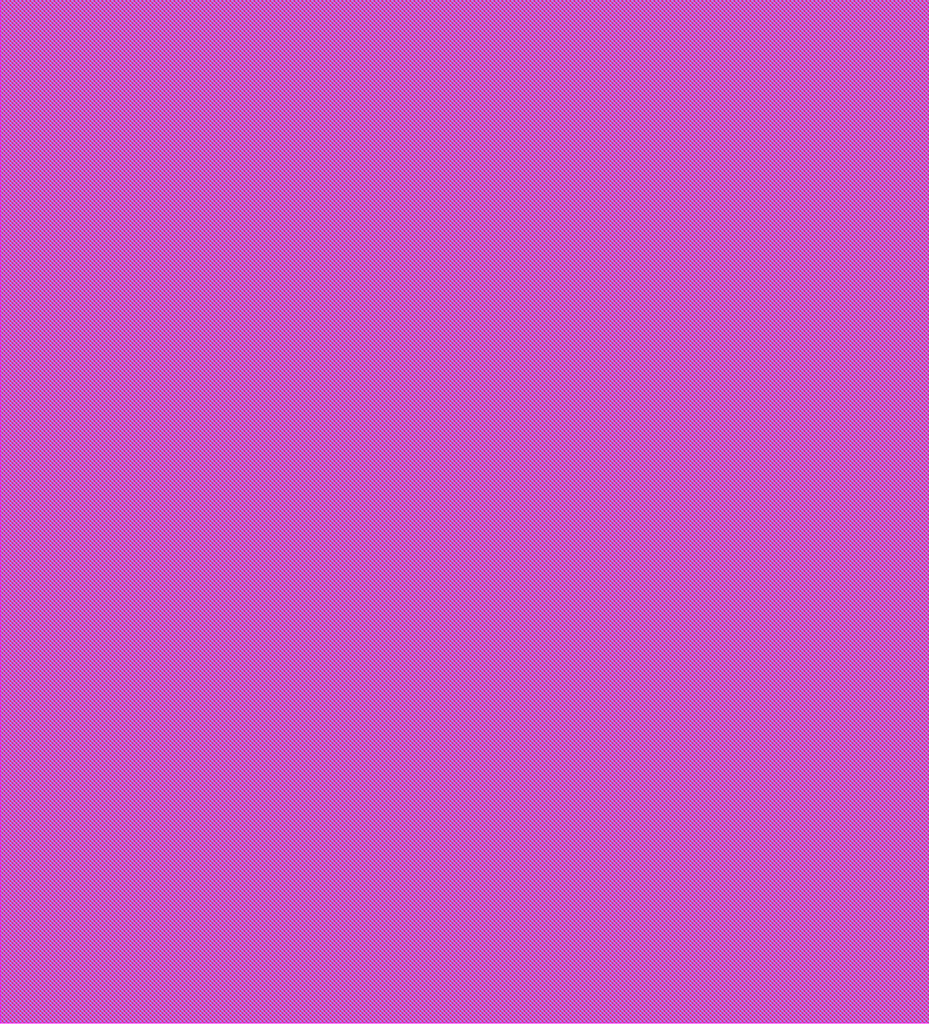
<source format=lef>
###############################################################
#  Generated by:      Cadence Innovus 23.31-s109_1
#  OS:                Linux x86_64(Host ID ei-vm-018.othr.de)
#  Generated on:      Sat Jun 21 02:18:26 2025
#  Design:            fpga_top
#  Command:           saveDesign fpga_top.enc -tcon
###############################################################

VERSION 5.8 ;

BUSBITCHARS "[]" ;
DIVIDERCHAR "/" ;

MACRO sb_0__0_
  CLASS BLOCK ;
  FOREIGN sb_0__0_ 0.000000 0.000000 ;
  ORIGIN 0.000000 0.000000 ;
  SIZE 92.640000 BY 102.060000 ;
  SYMMETRY X Y R90 ;
  PIN pReset[0]
    DIRECTION INPUT ;
    USE SIGNAL ;
  END pReset[0]
  PIN prog_clk[0]
    DIRECTION INPUT ;
    USE SIGNAL ;
  END prog_clk[0]
  PIN chany_top_in[0]
    DIRECTION INPUT ;
    USE SIGNAL ;
  END chany_top_in[0]
  PIN chany_top_in[1]
    DIRECTION INPUT ;
    USE SIGNAL ;
  END chany_top_in[1]
  PIN chany_top_in[2]
    DIRECTION INPUT ;
    USE SIGNAL ;
  END chany_top_in[2]
  PIN chany_top_in[3]
    DIRECTION INPUT ;
    USE SIGNAL ;
  END chany_top_in[3]
  PIN chany_top_in[4]
    DIRECTION INPUT ;
    USE SIGNAL ;
  END chany_top_in[4]
  PIN chany_top_in[5]
    DIRECTION INPUT ;
    USE SIGNAL ;
  END chany_top_in[5]
  PIN chany_top_in[6]
    DIRECTION INPUT ;
    USE SIGNAL ;
  END chany_top_in[6]
  PIN chany_top_in[7]
    DIRECTION INPUT ;
    USE SIGNAL ;
  END chany_top_in[7]
  PIN chany_top_in[8]
    DIRECTION INPUT ;
    USE SIGNAL ;
  END chany_top_in[8]
  PIN chany_top_in[9]
    DIRECTION INPUT ;
    USE SIGNAL ;
  END chany_top_in[9]
  PIN top_left_grid_right_width_0_height_0_subtile_0__pin_inpad_0_[0]
    DIRECTION INPUT ;
    USE SIGNAL ;
  END top_left_grid_right_width_0_height_0_subtile_0__pin_inpad_0_[0]
  PIN top_left_grid_right_width_0_height_0_subtile_1__pin_inpad_0_[0]
    DIRECTION INPUT ;
    USE SIGNAL ;
  END top_left_grid_right_width_0_height_0_subtile_1__pin_inpad_0_[0]
  PIN top_left_grid_right_width_0_height_0_subtile_2__pin_inpad_0_[0]
    DIRECTION INPUT ;
    USE SIGNAL ;
  END top_left_grid_right_width_0_height_0_subtile_2__pin_inpad_0_[0]
  PIN top_left_grid_right_width_0_height_0_subtile_3__pin_inpad_0_[0]
    DIRECTION INPUT ;
    USE SIGNAL ;
  END top_left_grid_right_width_0_height_0_subtile_3__pin_inpad_0_[0]
  PIN top_left_grid_right_width_0_height_0_subtile_4__pin_inpad_0_[0]
    DIRECTION INPUT ;
    USE SIGNAL ;
  END top_left_grid_right_width_0_height_0_subtile_4__pin_inpad_0_[0]
  PIN top_left_grid_right_width_0_height_0_subtile_5__pin_inpad_0_[0]
    DIRECTION INPUT ;
    USE SIGNAL ;
  END top_left_grid_right_width_0_height_0_subtile_5__pin_inpad_0_[0]
  PIN top_left_grid_right_width_0_height_0_subtile_6__pin_inpad_0_[0]
    DIRECTION INPUT ;
    USE SIGNAL ;
  END top_left_grid_right_width_0_height_0_subtile_6__pin_inpad_0_[0]
  PIN top_left_grid_right_width_0_height_0_subtile_7__pin_inpad_0_[0]
    DIRECTION INPUT ;
    USE SIGNAL ;
  END top_left_grid_right_width_0_height_0_subtile_7__pin_inpad_0_[0]
  PIN top_right_grid_left_width_0_height_0_subtile_0__pin_O_3_[0]
    DIRECTION INPUT ;
    USE SIGNAL ;
  END top_right_grid_left_width_0_height_0_subtile_0__pin_O_3_[0]
  PIN top_right_grid_left_width_0_height_0_subtile_0__pin_O_7_[0]
    DIRECTION INPUT ;
    USE SIGNAL ;
  END top_right_grid_left_width_0_height_0_subtile_0__pin_O_7_[0]
  PIN top_right_grid_left_width_0_height_0_subtile_0__pin_O_11_[0]
    DIRECTION INPUT ;
    USE SIGNAL ;
  END top_right_grid_left_width_0_height_0_subtile_0__pin_O_11_[0]
  PIN top_right_grid_left_width_0_height_0_subtile_0__pin_O_15_[0]
    DIRECTION INPUT ;
    USE SIGNAL ;
  END top_right_grid_left_width_0_height_0_subtile_0__pin_O_15_[0]
  PIN top_right_grid_left_width_0_height_0_subtile_0__pin_O_19_[0]
    DIRECTION INPUT ;
    USE SIGNAL ;
  END top_right_grid_left_width_0_height_0_subtile_0__pin_O_19_[0]
  PIN chanx_right_in[0]
    DIRECTION INPUT ;
    USE SIGNAL ;
  END chanx_right_in[0]
  PIN chanx_right_in[1]
    DIRECTION INPUT ;
    USE SIGNAL ;
  END chanx_right_in[1]
  PIN chanx_right_in[2]
    DIRECTION INPUT ;
    USE SIGNAL ;
  END chanx_right_in[2]
  PIN chanx_right_in[3]
    DIRECTION INPUT ;
    USE SIGNAL ;
  END chanx_right_in[3]
  PIN chanx_right_in[4]
    DIRECTION INPUT ;
    USE SIGNAL ;
  END chanx_right_in[4]
  PIN chanx_right_in[5]
    DIRECTION INPUT ;
    USE SIGNAL ;
  END chanx_right_in[5]
  PIN chanx_right_in[6]
    DIRECTION INPUT ;
    USE SIGNAL ;
  END chanx_right_in[6]
  PIN chanx_right_in[7]
    DIRECTION INPUT ;
    USE SIGNAL ;
  END chanx_right_in[7]
  PIN chanx_right_in[8]
    DIRECTION INPUT ;
    USE SIGNAL ;
  END chanx_right_in[8]
  PIN chanx_right_in[9]
    DIRECTION INPUT ;
    USE SIGNAL ;
  END chanx_right_in[9]
  PIN right_top_grid_bottom_width_0_height_0_subtile_0__pin_O_2_[0]
    DIRECTION INPUT ;
    USE SIGNAL ;
  END right_top_grid_bottom_width_0_height_0_subtile_0__pin_O_2_[0]
  PIN right_top_grid_bottom_width_0_height_0_subtile_0__pin_O_6_[0]
    DIRECTION INPUT ;
    USE SIGNAL ;
  END right_top_grid_bottom_width_0_height_0_subtile_0__pin_O_6_[0]
  PIN right_top_grid_bottom_width_0_height_0_subtile_0__pin_O_10_[0]
    DIRECTION INPUT ;
    USE SIGNAL ;
  END right_top_grid_bottom_width_0_height_0_subtile_0__pin_O_10_[0]
  PIN right_top_grid_bottom_width_0_height_0_subtile_0__pin_O_14_[0]
    DIRECTION INPUT ;
    USE SIGNAL ;
  END right_top_grid_bottom_width_0_height_0_subtile_0__pin_O_14_[0]
  PIN right_top_grid_bottom_width_0_height_0_subtile_0__pin_O_18_[0]
    DIRECTION INPUT ;
    USE SIGNAL ;
  END right_top_grid_bottom_width_0_height_0_subtile_0__pin_O_18_[0]
  PIN right_bottom_grid_top_width_0_height_0_subtile_0__pin_inpad_0_[0]
    DIRECTION INPUT ;
    USE SIGNAL ;
  END right_bottom_grid_top_width_0_height_0_subtile_0__pin_inpad_0_[0]
  PIN right_bottom_grid_top_width_0_height_0_subtile_1__pin_inpad_0_[0]
    DIRECTION INPUT ;
    USE SIGNAL ;
  END right_bottom_grid_top_width_0_height_0_subtile_1__pin_inpad_0_[0]
  PIN right_bottom_grid_top_width_0_height_0_subtile_2__pin_inpad_0_[0]
    DIRECTION INPUT ;
    USE SIGNAL ;
  END right_bottom_grid_top_width_0_height_0_subtile_2__pin_inpad_0_[0]
  PIN right_bottom_grid_top_width_0_height_0_subtile_3__pin_inpad_0_[0]
    DIRECTION INPUT ;
    USE SIGNAL ;
  END right_bottom_grid_top_width_0_height_0_subtile_3__pin_inpad_0_[0]
  PIN right_bottom_grid_top_width_0_height_0_subtile_4__pin_inpad_0_[0]
    DIRECTION INPUT ;
    USE SIGNAL ;
  END right_bottom_grid_top_width_0_height_0_subtile_4__pin_inpad_0_[0]
  PIN right_bottom_grid_top_width_0_height_0_subtile_5__pin_inpad_0_[0]
    DIRECTION INPUT ;
    USE SIGNAL ;
  END right_bottom_grid_top_width_0_height_0_subtile_5__pin_inpad_0_[0]
  PIN right_bottom_grid_top_width_0_height_0_subtile_6__pin_inpad_0_[0]
    DIRECTION INPUT ;
    USE SIGNAL ;
  END right_bottom_grid_top_width_0_height_0_subtile_6__pin_inpad_0_[0]
  PIN right_bottom_grid_top_width_0_height_0_subtile_7__pin_inpad_0_[0]
    DIRECTION INPUT ;
    USE SIGNAL ;
  END right_bottom_grid_top_width_0_height_0_subtile_7__pin_inpad_0_[0]
  PIN ccff_head[0]
    DIRECTION INPUT ;
    USE SIGNAL ;
  END ccff_head[0]
  PIN chany_top_out[0]
    DIRECTION OUTPUT ;
    USE SIGNAL ;
  END chany_top_out[0]
  PIN chany_top_out[1]
    DIRECTION OUTPUT ;
    USE SIGNAL ;
  END chany_top_out[1]
  PIN chany_top_out[2]
    DIRECTION OUTPUT ;
    USE SIGNAL ;
  END chany_top_out[2]
  PIN chany_top_out[3]
    DIRECTION OUTPUT ;
    USE SIGNAL ;
  END chany_top_out[3]
  PIN chany_top_out[4]
    DIRECTION OUTPUT ;
    USE SIGNAL ;
  END chany_top_out[4]
  PIN chany_top_out[5]
    DIRECTION OUTPUT ;
    USE SIGNAL ;
  END chany_top_out[5]
  PIN chany_top_out[6]
    DIRECTION OUTPUT ;
    USE SIGNAL ;
  END chany_top_out[6]
  PIN chany_top_out[7]
    DIRECTION OUTPUT ;
    USE SIGNAL ;
  END chany_top_out[7]
  PIN chany_top_out[8]
    DIRECTION OUTPUT ;
    USE SIGNAL ;
  END chany_top_out[8]
  PIN chany_top_out[9]
    DIRECTION OUTPUT ;
    USE SIGNAL ;
  END chany_top_out[9]
  PIN chanx_right_out[0]
    DIRECTION OUTPUT ;
    USE SIGNAL ;
  END chanx_right_out[0]
  PIN chanx_right_out[1]
    DIRECTION OUTPUT ;
    USE SIGNAL ;
  END chanx_right_out[1]
  PIN chanx_right_out[2]
    DIRECTION OUTPUT ;
    USE SIGNAL ;
  END chanx_right_out[2]
  PIN chanx_right_out[3]
    DIRECTION OUTPUT ;
    USE SIGNAL ;
  END chanx_right_out[3]
  PIN chanx_right_out[4]
    DIRECTION OUTPUT ;
    USE SIGNAL ;
  END chanx_right_out[4]
  PIN chanx_right_out[5]
    DIRECTION OUTPUT ;
    USE SIGNAL ;
  END chanx_right_out[5]
  PIN chanx_right_out[6]
    DIRECTION OUTPUT ;
    USE SIGNAL ;
  END chanx_right_out[6]
  PIN chanx_right_out[7]
    DIRECTION OUTPUT ;
    USE SIGNAL ;
  END chanx_right_out[7]
  PIN chanx_right_out[8]
    DIRECTION OUTPUT ;
    USE SIGNAL ;
  END chanx_right_out[8]
  PIN chanx_right_out[9]
    DIRECTION OUTPUT ;
    USE SIGNAL ;
  END chanx_right_out[9]
  PIN ccff_tail[0]
    DIRECTION OUTPUT ;
    USE SIGNAL ;
  END ccff_tail[0]
  OBS
    LAYER TopMetal2 ;
      RECT 0.000000 0.000000 92.640000 102.060000 ;
    LAYER TopMetal1 ;
      RECT 0.000000 0.000000 92.640000 102.060000 ;
    LAYER Metal5 ;
      RECT 0.000000 0.000000 92.640000 102.060000 ;
    LAYER Metal4 ;
      RECT 0.000000 0.000000 92.640000 102.060000 ;
    LAYER Metal3 ;
      RECT 0.000000 0.000000 92.640000 102.060000 ;
    LAYER Metal2 ;
      RECT 0.000000 0.000000 92.640000 102.060000 ;
    LAYER Metal1 ;
      RECT 0.000000 0.000000 92.640000 102.060000 ;
  END
END sb_0__0_

END LIBRARY

</source>
